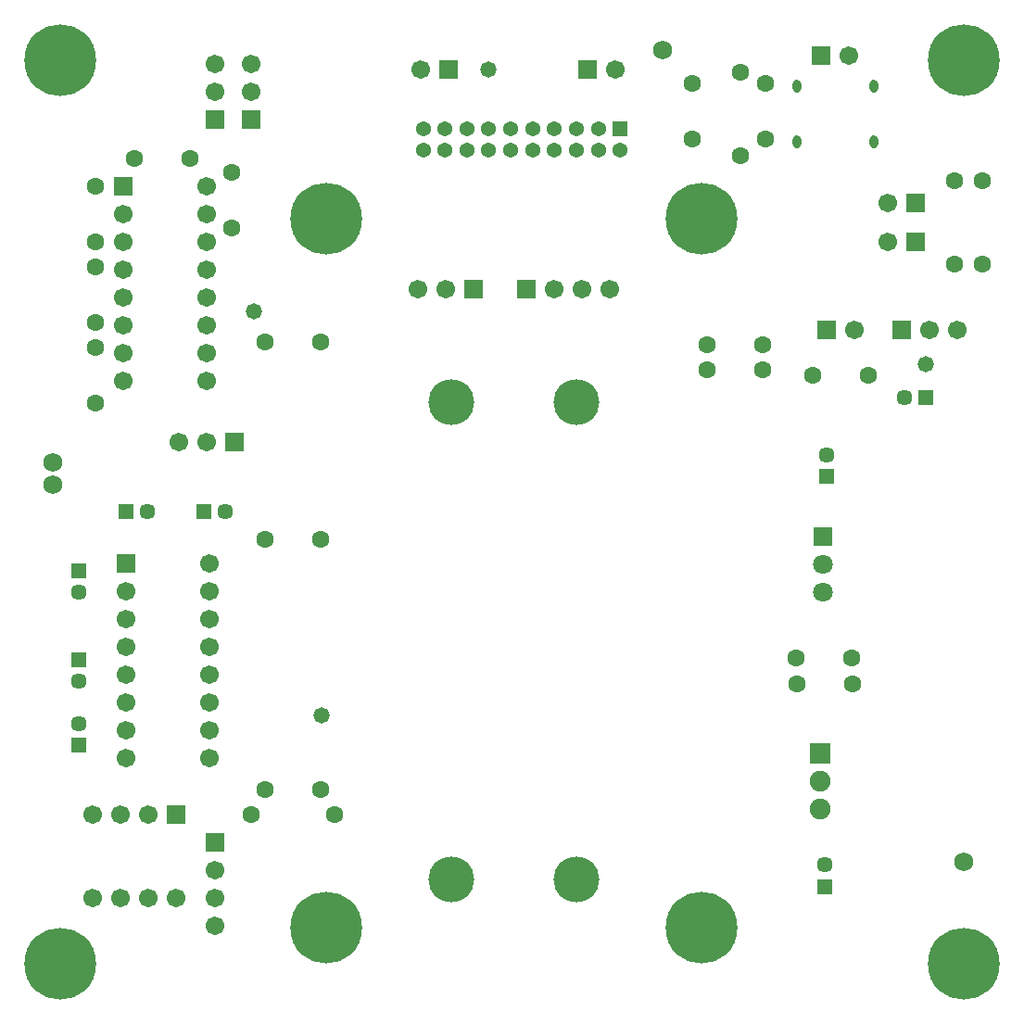
<source format=gts>
%FSLAX23Y23*%
%MOIN*%
G70*
G01*
G75*
G04 Layer_Color=8388736*
%ADD10C,0.020*%
%ADD11C,0.060*%
%ADD12R,0.059X0.059*%
%ADD13C,0.059*%
%ADD14C,0.055*%
%ADD15C,0.250*%
%ADD16O,0.024X0.039*%
%ADD17R,0.059X0.059*%
%ADD18C,0.046*%
%ADD19R,0.046X0.046*%
%ADD20C,0.049*%
%ADD21R,0.049X0.049*%
%ADD22C,0.157*%
%ADD23R,0.059X0.059*%
%ADD24C,0.059*%
%ADD25R,0.049X0.049*%
%ADD26C,0.063*%
%ADD27R,0.063X0.063*%
%ADD28C,0.067*%
%ADD29R,0.067X0.067*%
%ADD30C,0.050*%
%ADD31C,0.015*%
%ADD32C,0.010*%
%ADD33C,0.008*%
%ADD34C,0.024*%
%ADD35C,0.010*%
%ADD36C,0.020*%
%ADD37C,0.008*%
%ADD38C,0.006*%
%ADD39C,0.068*%
%ADD40R,0.067X0.067*%
%ADD41C,0.067*%
%ADD42C,0.063*%
%ADD43C,0.258*%
%ADD44O,0.032X0.047*%
%ADD45R,0.067X0.067*%
%ADD46C,0.054*%
%ADD47R,0.054X0.054*%
%ADD48C,0.057*%
%ADD49R,0.057X0.057*%
%ADD50C,0.165*%
%ADD51R,0.067X0.067*%
%ADD52C,0.067*%
%ADD53R,0.057X0.057*%
%ADD54C,0.071*%
%ADD55R,0.071X0.071*%
%ADD56C,0.075*%
%ADD57R,0.075X0.075*%
%ADD58C,0.058*%
D39*
X3341Y4459D02*
D03*
X1150Y2898D02*
D03*
Y2978D02*
D03*
X4427Y1539D02*
D03*
D40*
X2661Y3599D02*
D03*
X2851D02*
D03*
X3911Y4439D02*
D03*
X4201Y3454D02*
D03*
X3931D02*
D03*
X4251Y3769D02*
D03*
Y3909D02*
D03*
X1801Y3049D02*
D03*
X3071Y4389D02*
D03*
X2571D02*
D03*
X1411Y2614D02*
D03*
D41*
X2561Y3599D02*
D03*
X2461D02*
D03*
X2951D02*
D03*
X3051D02*
D03*
X3151D02*
D03*
X4011Y4439D02*
D03*
X4301Y3454D02*
D03*
X4401D02*
D03*
X4031D02*
D03*
X4151Y3769D02*
D03*
Y3909D02*
D03*
X1731Y1509D02*
D03*
Y1409D02*
D03*
Y1309D02*
D03*
X1601Y3049D02*
D03*
X1701D02*
D03*
X1731Y4409D02*
D03*
Y4309D02*
D03*
X1861Y4409D02*
D03*
Y4309D02*
D03*
X3171Y4389D02*
D03*
X2471D02*
D03*
X1711Y1914D02*
D03*
Y2014D02*
D03*
Y2114D02*
D03*
Y2214D02*
D03*
Y2314D02*
D03*
Y2414D02*
D03*
Y2514D02*
D03*
Y2614D02*
D03*
X1411Y1914D02*
D03*
Y2014D02*
D03*
Y2114D02*
D03*
Y2214D02*
D03*
Y2314D02*
D03*
Y2414D02*
D03*
Y2514D02*
D03*
X1491Y1709D02*
D03*
X1391D02*
D03*
X1291D02*
D03*
X1591Y1409D02*
D03*
X1491D02*
D03*
X1391D02*
D03*
X1291D02*
D03*
D42*
X3701Y3399D02*
D03*
X3501D02*
D03*
X4081Y3289D02*
D03*
X3881D02*
D03*
X2111Y1799D02*
D03*
X1911D02*
D03*
X1861Y1709D02*
D03*
X2161D02*
D03*
X3621Y4079D02*
D03*
Y4379D02*
D03*
X4491Y3689D02*
D03*
Y3989D02*
D03*
X4391Y3689D02*
D03*
Y3989D02*
D03*
X3501Y3309D02*
D03*
X3701D02*
D03*
X2111Y3409D02*
D03*
X1911D02*
D03*
X2111Y2699D02*
D03*
X1911D02*
D03*
X3711Y4339D02*
D03*
Y4139D02*
D03*
X1791Y3819D02*
D03*
Y4019D02*
D03*
X1441Y4069D02*
D03*
X1641D02*
D03*
X1301Y3969D02*
D03*
Y3769D02*
D03*
Y3679D02*
D03*
Y3479D02*
D03*
Y3389D02*
D03*
Y3189D02*
D03*
X3449Y4139D02*
D03*
Y4339D02*
D03*
X4025Y2179D02*
D03*
X3825D02*
D03*
X3823Y2275D02*
D03*
X4023D02*
D03*
D43*
X3482Y3855D02*
D03*
X2132D02*
D03*
Y1305D02*
D03*
X3482D02*
D03*
X4426Y4424D02*
D03*
X1176D02*
D03*
Y1174D02*
D03*
X4426D02*
D03*
D44*
X4101Y4132D02*
D03*
X3825D02*
D03*
Y4329D02*
D03*
X4101D02*
D03*
D45*
X1731Y1609D02*
D03*
Y4209D02*
D03*
X1861D02*
D03*
X1591Y1709D02*
D03*
D46*
X2481Y4099D02*
D03*
Y4178D02*
D03*
X2560Y4099D02*
D03*
Y4178D02*
D03*
X2638Y4099D02*
D03*
Y4178D02*
D03*
X2717Y4099D02*
D03*
Y4178D02*
D03*
X2796Y4099D02*
D03*
Y4178D02*
D03*
X2875Y4099D02*
D03*
Y4178D02*
D03*
X2953Y4099D02*
D03*
Y4178D02*
D03*
X3032Y4099D02*
D03*
Y4178D02*
D03*
X3111Y4099D02*
D03*
Y4178D02*
D03*
X3190Y4099D02*
D03*
D47*
Y4178D02*
D03*
D48*
X4212Y3209D02*
D03*
X1241Y2038D02*
D03*
Y2190D02*
D03*
Y2510D02*
D03*
X1490Y2799D02*
D03*
X1770D02*
D03*
X3932Y3004D02*
D03*
X3926Y1529D02*
D03*
D49*
X4290Y3209D02*
D03*
X1412Y2799D02*
D03*
X1692D02*
D03*
D50*
X3032Y3194D02*
D03*
X2582D02*
D03*
Y1478D02*
D03*
X3032D02*
D03*
D51*
X1401Y3969D02*
D03*
D52*
Y3869D02*
D03*
Y3769D02*
D03*
Y3669D02*
D03*
Y3569D02*
D03*
Y3469D02*
D03*
Y3369D02*
D03*
Y3269D02*
D03*
X1701Y3969D02*
D03*
Y3869D02*
D03*
Y3769D02*
D03*
Y3669D02*
D03*
Y3569D02*
D03*
Y3469D02*
D03*
Y3369D02*
D03*
Y3269D02*
D03*
D53*
X1241Y1960D02*
D03*
Y2268D02*
D03*
Y2588D02*
D03*
X3932Y2926D02*
D03*
X3926Y1451D02*
D03*
D54*
X3918Y2510D02*
D03*
Y2610D02*
D03*
D55*
Y2710D02*
D03*
D56*
X3908Y1730D02*
D03*
Y1830D02*
D03*
D57*
Y1930D02*
D03*
D58*
X2717Y4389D02*
D03*
X1874Y3519D02*
D03*
X4289Y3332D02*
D03*
X2116Y2068D02*
D03*
M02*

</source>
